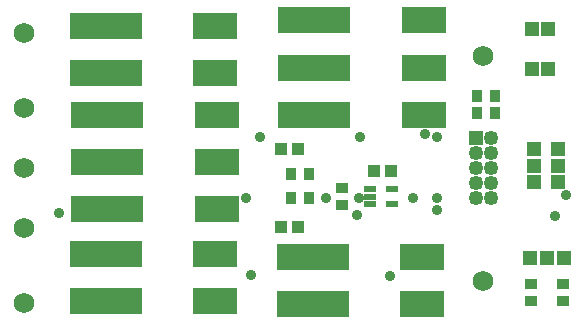
<source format=gts>
G04 Layer_Color=8388736*
%FSLAX25Y25*%
%MOIN*%
G70*
G01*
G75*
%ADD32R,0.24422X0.08674*%
%ADD33R,0.14579X0.08674*%
%ADD34R,0.04343X0.03556*%
%ADD35R,0.04147X0.02375*%
%ADD36R,0.03556X0.04343*%
%ADD37R,0.04737X0.04737*%
%ADD38R,0.04737X0.04737*%
%ADD39R,0.03950X0.03950*%
%ADD40R,0.03950X0.04343*%
%ADD41C,0.04934*%
%ADD42R,0.04737X0.04737*%
%ADD43C,0.06800*%
%ADD44C,0.03600*%
D32*
X312252Y372752D02*
D03*
Y388500D02*
D03*
X312252Y404248D02*
D03*
X242752Y326374D02*
D03*
Y310626D02*
D03*
Y402374D02*
D03*
Y386626D02*
D03*
X243252Y341252D02*
D03*
Y357000D02*
D03*
Y372748D02*
D03*
X311752Y309626D02*
D03*
Y325374D02*
D03*
D33*
X348669Y372752D02*
D03*
X348669Y388500D02*
D03*
X348669Y404248D02*
D03*
X279169Y326374D02*
D03*
Y310626D02*
D03*
Y402374D02*
D03*
Y386626D02*
D03*
X279669Y341252D02*
D03*
Y357000D02*
D03*
Y372748D02*
D03*
X348169Y309626D02*
D03*
Y325374D02*
D03*
D34*
X395000Y316453D02*
D03*
Y310547D02*
D03*
X321500Y348453D02*
D03*
Y342547D02*
D03*
X384500Y316453D02*
D03*
Y310547D02*
D03*
D35*
X330760Y348059D02*
D03*
Y345500D02*
D03*
Y342941D02*
D03*
X338240D02*
D03*
Y348059D02*
D03*
D36*
X366547Y379000D02*
D03*
X372453D02*
D03*
X366547Y373500D02*
D03*
X372453D02*
D03*
X310453Y353000D02*
D03*
X304547D02*
D03*
X310453Y345000D02*
D03*
X304547D02*
D03*
D37*
X393500Y355756D02*
D03*
Y350244D02*
D03*
Y361300D02*
D03*
X385500Y355756D02*
D03*
Y350244D02*
D03*
Y361300D02*
D03*
D38*
X390256Y388000D02*
D03*
X384744D02*
D03*
X390256Y401500D02*
D03*
X384744D02*
D03*
X389756Y325000D02*
D03*
X384244D02*
D03*
X395300D02*
D03*
D39*
X301000Y361500D02*
D03*
X306906D02*
D03*
X301000Y335500D02*
D03*
X306906D02*
D03*
D40*
X337756Y354000D02*
D03*
X332244D02*
D03*
D41*
X371000Y345000D02*
D03*
X366000D02*
D03*
X371000Y350000D02*
D03*
X366000D02*
D03*
X371000Y355000D02*
D03*
X366000D02*
D03*
X371000Y360000D02*
D03*
X366000D02*
D03*
X371000Y365000D02*
D03*
D42*
X366000D02*
D03*
D43*
X215500Y310000D02*
D03*
Y375000D02*
D03*
Y335000D02*
D03*
Y400000D02*
D03*
X368500Y317500D02*
D03*
Y392500D02*
D03*
X215500Y355000D02*
D03*
D44*
X227050Y340000D02*
D03*
X337500Y319000D02*
D03*
X327500Y365500D02*
D03*
X294000D02*
D03*
X327000Y345000D02*
D03*
X316000D02*
D03*
X326500Y339500D02*
D03*
X345000Y345000D02*
D03*
X353000Y341000D02*
D03*
Y345000D02*
D03*
X349000Y366500D02*
D03*
X353000Y365500D02*
D03*
X392500Y339000D02*
D03*
X289500Y345000D02*
D03*
X396000Y346000D02*
D03*
X291000Y319500D02*
D03*
M02*

</source>
